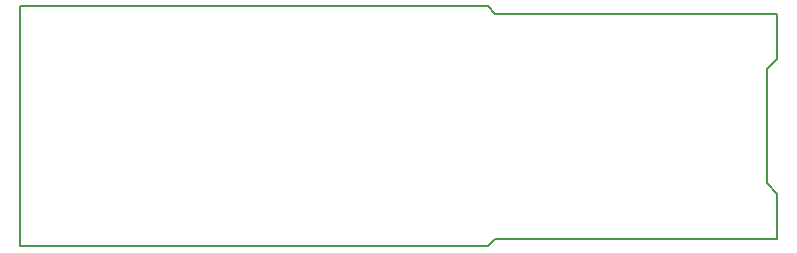
<source format=gm1>
G04*
G04 #@! TF.GenerationSoftware,Altium Limited,Altium Designer,19.1.5 (86)*
G04*
G04 Layer_Color=16711935*
%FSLAX25Y25*%
%MOIN*%
G70*
G01*
G75*
%ADD11C,0.00500*%
D11*
X180000Y-40000D02*
X186000D01*
X188500Y-37500D01*
X282500D01*
Y-22500D01*
X279000Y-19000D02*
X282500Y-22500D01*
X279000Y-19000D02*
Y19000D01*
X282500Y22500D01*
Y37500D01*
X188500D02*
X282500D01*
X186000Y40000D02*
X188500Y37500D01*
X180000Y40000D02*
X186000D01*
X30000D02*
X180000D01*
X30000Y0D02*
Y40000D01*
Y-40000D02*
X180000D01*
X30000D02*
Y0D01*
M02*

</source>
